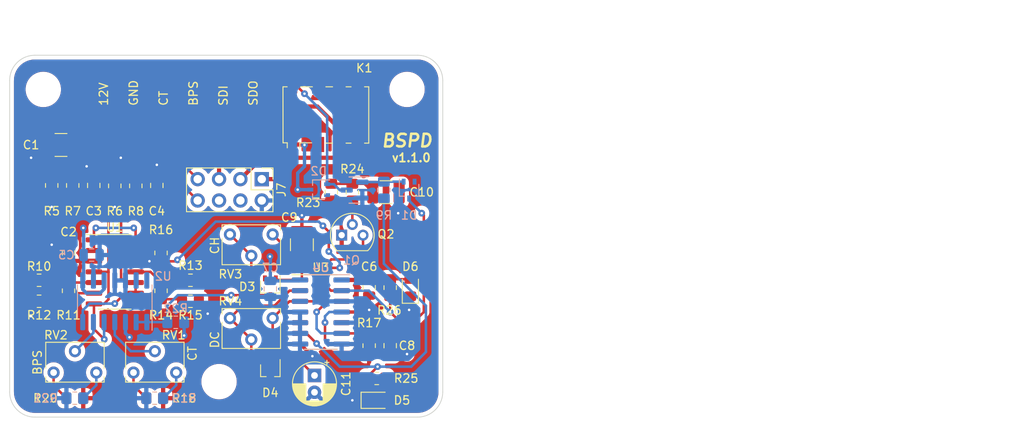
<source format=kicad_pcb>
(kicad_pcb (version 20211014) (generator pcbnew)
  (title_block (title "BSPD") (date "2023-04-02") (rev "1.1.0") (company "SUFST") (comment 1 "STAG 9") (comment 2 "Max O'Brien") (comment 3 "Tim Brewis"))
  (layers (0 "F.Cu" signal) (31 "B.Cu" signal) (34 "B.Paste" user) (35 "F.Paste" user) (36 "B.SilkS" user "B.Silkscreen") (37 "F.SilkS" user "F.Silkscreen") (38 "B.Mask" user) (39 "F.Mask" user) (44 "Edge.Cuts" user))
  (net 0 "")
  (net 1 "+12V")
  (net 2 "GND")
  (net 3 "/Brake Plausibility/CURRENT_SENSE")
  (net 4 "/Brake Plausibility/PRESSURE_SENSE")
  (net 5 "Net-(C11-Pad1)")
  (net 6 "Net-(D1-Pad1)")
  (net 8 "/SCS Check/~{SCS_ERROR_LATCHED}")
  (net 9 "Net-(D2-Pad1)")
  (net 12 "/Brake Plausibility/BRAKE_AND_THROTTLE_PRESSED")
  (net 14 "Net-(D4-Pad3)")
  (net 15 "/BPS_SIG")
  (net 16 "/SHUTDOWN_IN")
  (net 17 "/SHUTDOWN_OUT")
  (net 18 "/CT_SIG")
  (net 19 "/Brake Plausibility/BRAKE_PLAUSIBLE")
  (net 20 "Net-(R18-Pad2)")
  (net 21 "Net-(R19-Pad1)")
  (net 22 "Net-(R20-Pad2)")
  (net 23 "Net-(R21-Pad1)")
  (net 25 "/SCS Check/POR")
  (net 27 "/SCS Check/SCS_ERROR")
  (net 30 "Net-(C9-Pad1)")
  (net 31 "Net-(C10-Pad1)")
  (net 32 "Net-(Q2-Pad2)")
  (net 33 "Net-(C8-Pad1)")
  (net 34 "Net-(R10-Pad2)")
  (net 35 "Net-(R11-Pad2)")
  (net 36 "Net-(R13-Pad2)")
  (net 37 "Net-(R14-Pad2)")
  (net 38 "Net-(R16-Pad2)")
  (net 39 "Net-(RV1-Pad2)")
  (net 40 "Net-(RV2-Pad2)")
  (net 43 "Net-(U3-Pad4)")
  (net 48 "Net-(D5-Pad2)")
  (net 49 "Net-(D6-Pad2)")
  (footprint "Capacitor_SMD:C_0805_2012Metric" (layer "F.Cu") (at 153.994 105.864 -90)
    (fp_text reference "C6")
    (fp_text value "100n")
  )
  (footprint "Resistor_SMD:R_0805_2012Metric_Pad1.20x1.40mm_HandSolder" (layer "F.Cu") (at 151.994 94.514 -90)
    (fp_text reference "R24")
    (fp_text value "10k")
  )
  (footprint "Capacitor_SMD:C_0805_2012Metric" (layer "F.Cu") (at 118.244 101.739 90)
    (fp_text reference "C2")
    (fp_text value "100n")
  )
  (footprint "SUFTS:Pad_1x5mm" (layer "F.Cu") (at 129.54 87.376 90)
    (fp_text reference "J5" hide)
    (fp_text value "Conn_01x01_Male")
  )
  (footprint "SUFTS:Pad_1x5mm" (layer "F.Cu") (at 140.208 87.376 90)
    (fp_text reference "J2" hide)
    (fp_text value "Conn_01x01_Male")
  )
  (footprint "Capacitor_SMD:C_1210_3225Metric_Pad1.33x2.70mm_HandSolder" (layer "F.Cu") (at 117.348 88.9 180)
    (fp_text reference "C1")
    (fp_text value "10u")
  )
  (footprint "SUFTS:Pad_1x5mm" (layer "F.Cu") (at 133.096 87.376 90)
    (fp_text reference "J6" hide)
    (fp_text value "Conn_01x01_Male")
  )
  (footprint "Resistor_SMD:R_0805_2012Metric_Pad1.20x1.40mm_HandSolder" (layer "F.Cu") (at 154.894 116.664)
    (fp_text reference "R25")
    (fp_text value "1k")
  )
  (footprint "Resistor_SMD:R_0805_2012Metric_Pad1.20x1.40mm_HandSolder" (layer "F.Cu") (at 153.994 112.764 90)
    (fp_text reference "R17")
    (fp_text value "100k")
  )
  (footprint "Resistor_SMD:R_0805_2012Metric_Pad1.20x1.40mm_HandSolder" (layer "F.Cu") (at 132.744 104.989 180)
    (fp_text reference "R13")
    (fp_text value "2.7k")
  )
  (footprint "Package_TO_SOT_SMD:SOT-323_SC-70" (layer "F.Cu") (at 142.244 105.764 -90)
    (fp_text reference "D3")
    (fp_text value "BAT54W")
  )
  (footprint "Potentiometer_THT:Potentiometer_Bourns_3266W_Vertical" (layer "F.Cu") (at 142.519 109.494112)
    (fp_text reference "RV4")
    (fp_text value "250k")
  )
  (footprint "SUFTS:Pad_1x5mm" (layer "F.Cu") (at 125.984 87.376 90)
    (fp_text reference "J4" hide)
    (fp_text value "Conn_01x01_Male")
  )
  (footprint "Resistor_SMD:R_0805_2012Metric_Pad1.20x1.40mm_HandSolder" (layer "F.Cu") (at 118.744 93.714 -90)
    (fp_text reference "R7")
    (fp_text value "1k")
  )
  (footprint "Package_TO_SOT_SMD:SOT-323_SC-70" (layer "F.Cu") (at 142.244 115.719112 -90)
    (fp_text reference "D4")
    (fp_text value "BAT54W")
  )
  (footprint "MountingHole:MountingHole_3.2mm_M3" (layer "F.Cu") (at 136.144 117.044)
    (fp_text reference "H2" hide)
    (fp_text value "MountingHole")
  )
  (footprint "Package_TO_SOT_THT:TO-92" (layer "F.Cu") (at 150.724 99.624)
    (fp_text reference "Q2")
    (fp_text value "Q_PNP_CBE")
  )
  (footprint "SUFTS:Pad_1x5mm" (layer "F.Cu") (at 122.428 87.376 90)
    (fp_text reference "J1" hide)
    (fp_text value "Conn_01x01_Male")
  )
  (footprint "MountingHole:MountingHole_3.2mm_M3" (layer "F.Cu") (at 158.496 82.296)
    (fp_text reference "H3" hide)
    (fp_text value "MountingHole")
  )
  (footprint "Potentiometer_THT:Potentiometer_Bourns_3266W_Vertical" (layer "F.Cu") (at 116.469 115.964 180)
    (fp_text reference "RV2")
    (fp_text value "10k")
  )
  (footprint "Resistor_SMD:R_0805_2012Metric_Pad1.20x1.40mm_HandSolder" (layer "F.Cu") (at 156.494 105.864 90)
    (fp_text reference "R26")
    (fp_text value "1k")
  )
  (footprint "LED_SMD:LED_0805_2012Metric_Pad1.15x1.40mm_HandSolder" (layer "F.Cu") (at 154.894 119.264)
    (fp_text reference "D5")
    (fp_text value "Green")
  )
  (footprint "Resistor_SMD:R_0805_2012Metric_Pad1.20x1.40mm_HandSolder" (layer "F.Cu") (at 116.244 93.714 90)
    (fp_text reference "R5")
    (fp_text value "100k")
  )
  (footprint "SUFTS:Pad_1x5mm" (layer "F.Cu") (at 136.652 87.376 90)
    (fp_text reference "J3" hide)
    (fp_text value "Conn_01x01_Male")
  )
  (footprint "Resistor_SMD:R_0805_2012Metric_Pad1.20x1.40mm_HandSolder" (layer "F.Cu") (at 118.994 119.014 180)
    (fp_text reference "R20")
    (fp_text value "0")
  )
  (footprint "Connector_PinHeader_2.54mm:PinHeader_2x04_P2.54mm_Vertical" (layer "F.Cu") (at 141.224 92.964 -90)
    (fp_text reference "J7")
    (fp_text value "Conn_01x08_Male")
  )
  (footprint "Package_SO:SOIC-14_3.9x8.7mm_P1.27mm" (layer "F.Cu") (at 123.744 103.989)
    (fp_text reference "U1")
    (fp_text value "LM339")
  )
  (footprint "Resistor_SMD:R_0805_2012Metric_Pad1.20x1.40mm_HandSolder" (layer "F.Cu") (at 129.244 106.239 -90)
    (fp_text reference "R14")
    (fp_text value "8.2k")
  )
  (footprint "Relay_SMD:Relay_DPDT_Omron_G6K-2F-Y" (layer "F.Cu") (at 148.844 85.344 90)
    (fp_text reference "K1")
    (fp_text value "IM06")
  )
  (footprint "MountingHole:MountingHole_3.2mm_M3" (layer "F.Cu") (at 115.244 82.296)
    (fp_text reference "H1" hide)
    (fp_text value "MountingHole")
  )
  (footprint "Resistor_SMD:R_0805_2012Metric_Pad1.20x1.40mm_HandSolder" (layer "F.Cu") (at 132.744 107.489)
    (fp_text reference "R15")
    (fp_text value "200")
  )
  (footprint "Resistor_SMD:R_0805_2012Metric_Pad1.20x1.40mm_HandSolder" (layer "F.Cu") (at 126.244 93.764 -90)
    (fp_text reference "R8")
    (fp_text value "1k")
  )
  (footprint "LED_SMD:LED_0805_2012Metric_Pad1.15x1.40mm_HandSolder" (layer "F.Cu") (at 158.894 105.864 90)
    (fp_text reference "D6")
    (fp_text value "Green")
  )
  (footprint "Capacitor_SMD:C_1210_3225Metric_Pad1.33x2.70mm_HandSolder" (layer "F.Cu") (at 155.994 94.514)
    (fp_text reference "C10")
    (fp_text value "10u")
  )
  (footprint "Resistor_SMD:R_0805_2012Metric_Pad1.20x1.40mm_HandSolder" (layer "F.Cu") (at 114.744 107.489 180)
    (fp_text reference "R12")
    (fp_text value "200")
  )
  (footprint "Resistor_SMD:R_0805_2012Metric_Pad1.20x1.40mm_HandSolder" (layer "F.Cu") (at 128.494 119.014 180)
    (fp_text reference "R18")
    (fp_text value "10k")
  )
  (footprint "Capacitor_SMD:C_0805_2012Metric" (layer "F.Cu") (at 128.744 93.714 90)
    (fp_text reference "C4")
    (fp_text value "100n")
  )
  (footprint "Resistor_SMD:R_0805_2012Metric_Pad1.20x1.40mm_HandSolder" (layer "F.Cu") (at 149.494 94.514 90)
    (fp_text reference "R23")
    (fp_text value "10k")
  )
  (footprint "Potentiometer_THT:Potentiometer_Bourns_3266W_Vertical" (layer "F.Cu") (at 142.519 99.539)
    (fp_text reference "RV3")
    (fp_text value "100k")
  )
  (footprint "Resistor_SMD:R_0805_2012Metric_Pad1.20x1.40mm_HandSolder" (layer "F.Cu") (at 114.744 104.989)
    (fp_text reference "R10")
    (fp_text value "2.7k")
  )
  (footprint "Resistor_SMD:R_0805_2012Metric_Pad1.20x1.40mm_HandSolder" (layer "F.Cu") (at 123.744 93.764 90)
    (fp_text reference "R6")
    (fp_text value "100k")
  )
  (footprint "Package_SO:SOIC-14_3.9x8.7mm_P1.27mm" (layer "F.Cu") (at 148.244 108.764)
    (fp_text reference "U3")
    (fp_text value "40106")
  )
  (footprint "Capacitor_THT:CP_Radial_D5.0mm_P2.00mm" (layer "F.Cu") (at 147.494 116.308888 -90)
    (fp_text reference "C11")
    (fp_text value "100u")
  )
  (footprint "Resistor_SMD:R_0805_2012Metric_Pad1.20x1.40mm_HandSolder" (layer "F.Cu") (at 118.244 106.239 -90)
    (fp_text reference "R11")
    (fp_text value "8.2k")
  )
  (footprint "Capacitor_SMD:C_1210_3225Metric_Pad1.33x2.70mm_HandSolder" (layer "F.Cu") (at 145.994 100.764 90)
    (fp_text reference "C9")
    (fp_text value "10u")
  )
  (footprint "Resistor_SMD:R_0805_2012Metric_Pad1.20x1.40mm_HandSolder" (layer "F.Cu") (at 129.244 101.739 -90)
    (fp_text reference "R16")
    (fp_text value "10k")
  )
  (footprint "Capacitor_SMD:C_0805_2012Metric_Pad1.18x1.45mm_HandSolder" (layer "F.Cu") (at 156.494 112.764 -90)
    (fp_text reference "C8")
    (fp_text value "1u")
  )
  (footprint "Potentiometer_THT:Potentiometer_Bourns_3266W_Vertical" (layer "F.Cu") (at 125.969 115.964 180)
    (fp_text reference "RV1")
    (fp_text value "1k")
  )
  (footprint "Capacitor_SMD:C_0805_2012Metric" (layer "F.Cu") (at 121.244 93.714 90)
    (fp_text reference "C3")
    (fp_text value "100n")
  )
  (footprint "Package_SO:SOIC-14_3.9x8.7mm_P1.27mm" (layer "B.Cu") (at 148.244 108.764 180)
    (fp_text reference "U4")
    (fp_text value "4013")
  )
  (footprint "Resistor_SMD:R_0805_2012Metric_Pad1.20x1.40mm_HandSolder" (layer "B.Cu") (at 128.494 119.014 180)
    (fp_text reference "R19")
    (fp_text value "0")
  )
  (footprint "Resistor_SMD:R_0805_2012Metric_Pad1.20x1.40mm_HandSolder" (layer "B.Cu") (at 155.744 94.264 90)
    (fp_text reference "R9")
    (fp_text value "10k")
  )
  (footprint "Capacitor_SMD:C_0805_2012Metric" (layer "B.Cu") (at 120.994 101.989)
    (fp_text reference "C5")
    (fp_text value "100n")
  )
  (footprint "Package_TO_SOT_SMD:SOT-323_SC-70" (layer "B.Cu") (at 147.994 94.214 180)
    (fp_text reference "D2")
    (fp_text value "BAT54W")
  )
  (footprint "Package_TO_SOT_SMD:SOT-323_SC-70" (layer "B.Cu") (at 158.744 94.264 -90)
    (fp_text reference "D1")
    (fp_text value "BAT54W")
  )
  (footprint "Resistor_SMD:R_0805_2012Metric_Pad1.20x1.40mm_HandSolder" (layer "B.Cu") (at 130.994 109.989 180)
    (fp_text reference "R22")
    (fp_text value "10k")
  )
  (footprint "Capacitor_SMD:C_0805_2012Metric" (layer "B.Cu") (at 142.244 106.014 -90)
    (fp_text reference "C7")
    (fp_text value "100n")
  )
  (footprint "Package_TO_SOT_SMD:SOT-23" (layer "B.Cu") (at 152.244 94.264 180)
    (fp_text reference "Q1")
    (fp_text value "XP262N7002TR-G")
  )
  (footprint "Resistor_SMD:R_0805_2012Metric_Pad1.20x1.40mm_HandSolder" (layer "B.Cu") (at 118.994 119.014 180)
    (fp_text reference "R21")
    (fp_text value "0")
  )
  (footprint "Package_SO:SOIC-14_3.9x8.7mm_P1.27mm" (layer "B.Cu") (at 123.744 107.489 90)
    (fp_text reference "U2")
    (fp_text value "LM339")
  )
  (gr_arc (start 111.244 81.232) (mid 112.12268 79.11068) (end 114.244 78.232) (layer "Edge.Cuts") (width 0.1))
  (gr_line (start 111.244 81.232) (end 111.244 118.264) (layer "Edge.Cuts") (width 0.1))
  (gr_line (start 159.744 78.232) (end 114.244 78.232) (layer "Edge.Cuts") (width 0.1))
  (gr_arc (start 114.244 121.264) (mid 112.12268 120.38532) (end 111.244 118.264) (layer "Edge.Cuts") (width 0.1))
  (gr_line (start 162.744 118.264) (end 162.744 81.232) (layer "Edge.Cuts") (width 0.1))
  (gr_line (start 114.244 121.264) (end 159.744 121.264) (layer "Edge.Cuts") (width 0.1))
  (gr_arc (start 162.744 118.264) (mid 161.86532 120.38532) (end 159.744 121.264) (layer "Edge.Cuts") (width 0.1))
  (gr_arc (start 159.744 78.232) (mid 161.86532 79.11068) (end 162.744 81.232) (layer "Edge.Cuts") (width 0.1))
  (gr_text "BPS" (at 133.096 84.328 90) (layer "F.SilkS") (effects (font (size 1 1)) (justify left)))
  (gr_text "SDO" (at 140.208 84.328 90) (layer "F.SilkS") (effects (font (size 1 1)) (justify left)))
  (gr_text "BSPD" (at 158.496 88.392) (layer "F.SilkS") (effects (font (size 1.5 1.5) (thickness 0.3) italic)))
  (gr_text "DC" (at 135.636 113.157 90) (layer "F.SilkS") (effects (font (size 1 1)) (justify left)))
  (gr_text "CT" (at 132.969 114.681 90) (layer "F.SilkS") (effects (font (size 1 1)) (justify left)))
  (gr_text "SDI" (at 136.652 84.328 90) (layer "F.SilkS") (effects (font (size 1 1)) (justify left)))
  (gr_text "CH" (at 135.636 101.981 90) (layer "F.SilkS") (effects (font (size 1 1)) (justify left)))
  (gr_text "v1.1.0" (at 159.004 90.424) (layer "F.SilkS") (effects (font (size 1 1) (thickness 0.2))))
  (gr_text "BPS" (at 114.554 116.332 90) (layer "F.SilkS") (effects (font (size 1 1)) (justify left)))
  (gr_text "12V" (at 122.428 84.328 90) (layer "F.SilkS") (effects (font (size 1 1)) (justify left)))
  (gr_text "GND" (at 125.984 84.328 90) (layer "F.SilkS") (effects (font (size 1 1)) (justify left)))
  (gr_text "CT" (at 129.54 84.328 90) (layer "F.SilkS") (effects (font (size 1 1)) (justify left)))
  (segment (start 118.274 102.719) (end 118.244 102.689) (width 0.4) (layer "F.Cu") (net 1))
  (segment (start 145.044 88.844) (end 146.248 88.844) (width 0.3) (layer "F.Cu") (net 1))
  (segment (start 153.994 104.914) (end 150.759 104.914) (width 0.4) (layer "F.Cu") (net 1))
  (segment (start 146.248 88.844) (end 146.304 88.9) (width 0.3) (layer "F.Cu") (net 1))
  (segment (start 150.759 104.914) (end 150.719 104.954) (width 0.4) (layer "F.Cu") (net 1))
  (segment (start 121.269 102.719) (end 118.274 102.719) (width 0.4) (layer "F.Cu") (net 1))
  (via (at 125.494 111.764) (size 0.8) (drill 0.3) (layers "F.Cu" "B.Cu") (net 1))
  (via (at 131.994 111.564) (size 0.8) (drill 0.3) (layers "F.Cu" "B.Cu") (net 1))
  (via (at 146.304 88.9) (size 0.8) (drill 0.3) (layers "F.Cu" "B.Cu") (net 1))
  (via (at 119.994 98.764) (size 0.8) (drill 0.3) (layers "F.Cu" "B.Cu") (net 1))
  (via (at 142.194 102.164) (size 0.8) (drill 0.3) (layers "F.Cu" "B.Cu") (net 1))
  (via (at 145.494 94.214) (size 0.8) (drill 0.3) (layers "F.Cu" "B.Cu") (net 1))
  (segment (start 120.044 104.904) (end 119.934 105.014) (width 0.4) (layer "B.Cu") (net 1))
  (segment (start 145.659 105.064) (end 145.769 104.954) (width 0.4) (layer "B.Cu") (net 1))
  (segment (start 120.369 106.514) (end 119.934 106.079) (width 0.4) (layer "B.Cu") (net 1))
  (segment (start 142.244 102.214) (end 142.194 102.164) (width 0.4) (layer "B.Cu") (net 1))
  (segment (start 142.244 105.064) (end 145.659 105.064) (width 0.4) (layer "B.Cu") (net 1))
  (segment (start 142.244 105.064) (end 142.244 102.214) (width 0.4) (layer "B.Cu") (net 1))
  (segment (start 125.014 109.964) (end 125.014 111.284) (width 0.4) (layer "B.Cu") (net 1))
  (segment (start 145.494 94.214) (end 145.494 92.25) (width 0.4) (layer "B.Cu") (net 1))
  (segment (start 145.494 92.25) (end 146.304 91.44) (width 0.4) (layer "B.Cu") (net 1))
  (segment (start 122.474 105.014) (end 122.474 106.034) (width 0.4) (layer "B.Cu") (net 1))
  (segment (start 146.304 91.44) (end 146.304 88.9) (width 0.4) (layer "B.Cu") (net 1))
  (segment (start 146.994 94.214) (end 145.494 94.214) (width 0.4) (layer "B.Cu") (net 1))
  (segment (start 120.044 101.989) (end 120.044 104.904) (width 0.4) (layer "B.Cu") (net 1))
  (segment (start 121.994 106.514) (end 120.369 106.514) (width 0.4) (layer "B.Cu") (net 1))
  (segment (start 120.044 98.814) (end 119.994 98.764) (width 0.4) (layer "B.Cu") (net 1))
  (segment (start 125.014 111.284) (end 125.494 111.764) (width 0.4) (layer "B.Cu") (net 1))
  (segment (start 120.044 101.989) (end 120.044 98.814) (width 0.4) (layer "B.Cu") (net 1))
  (segment (start 119.934 106.079) (end 119.934 105.014) (width 0.4) (layer "B.Cu") (net 1))
  (segment (start 122.474 106.034) (end 121.994 106.514) (width 0.4) (layer "B.Cu") (net 1))
  (segment (start 131.994 109.989) (end 131.994 111.564) (width 0.4) (layer "B.Cu") (net 1))
  (segment (start 120.396 91.916) (end 121.244 92.764) (width 0.3) (layer "F.Cu") (net 2))
  (segment (start 145.769 112.574) (end 145.804 112.574) (width 0.4) (layer "F.Cu") (net 2))
  (segment (start 134.794 108.539) (end 134.794 108.964) (width 0.4) (layer "F.Cu") (net 2))
  (segment (start 156.494 113.8015) (end 158.4565 113.8015) (width 0.4) (layer "F.Cu") (net 2))
  (segment (start 113.792 90.424) (end 114.2615 90.424) (width 0.4) (layer "F.Cu") (net 2))
  (segment (start 116.244 94.714) (end 116.244 96.264) (width 0.4) (layer "F.Cu") (net 2))
  (segment (start 150.719 108.764) (end 153.744 108.764) (width 0.4) (layer "F.Cu") (net 2))
  (segment (start 133.744 107.489) (end 134.794 108.539) (width 0.4) (layer "F.Cu") (net 2))
  (segment (start 157.5565 94.514) (end 157.5565 96.902) (width 0.4) (layer "F.Cu") (net 2))
  (segment (start 123.744 94.764) (end 123.744 96.264) (width 0.4) (layer "F.Cu") (net 2))
  (segment (start 153.994 106.814) (end 153.994 108.514) (width 0.4) (layer "F.Cu") (net 2))
  (segment (start 128.744 92.764) (end 128.744 91.264) (width 0.4) (layer "F.Cu") (net 2))
  (segment (start 145.994 99.2015) (end 145.994 97.264) (width 0.4) (layer "F.Cu") (net 2))
  (segment (start 127.859 102.719) (end 127.864 102.724) (width 0.4) (layer "F.Cu") (net 2))
  (segment (start 116.269 100.789) (end 116.244 100.764) (width 0.4) (layer "F.Cu") (net 2))
  (segment (start 158.894 106.889) (end 158.894 108.364) (width 0.4) (layer "F.Cu") (net 2))
  (segment (start 153.869 119.264) (end 151.994 119.264) (width 0.4) (layer "F.Cu") (net 2))
  (segment (start 157.5565 96.902) (end 157.4445 97.014) (width 0.4) (layer "F.Cu") (net 2))
  (segment (start 158.4565 113.8015) (end 158.494 113.764) (width 0.4) (layer "F.Cu") (net 2))
  (segment (start 153.744 108.764) (end 153.994 108.514) (width 0.4) (layer "F.Cu") (net 2))
  (segment (start 124.46 90.424) (end 125.984 88.9) (width 0.3) (layer "F.Cu") (net 2))
  (segment (start 120.396 91.44) (end 120.396 91.916) (width 0.3) (layer "F.Cu") (net 2))
  (segment (start 114.2615 90.424) (end 115.7855 88.9) (width 0.4) (layer "F.Cu") (net 2))
  (segment (start 125.984 88.9) (end 125.984 87.376) (width 0.3) (layer "F.Cu") (net 2))
  (segment (start 118.244 100.789) (end 116.269 100.789) (width 0.4) (layer "F.Cu") (net 2))
  (segment (start 158.894 108.364) (end 158.744 108.514) (width 0.4) (layer "F.Cu") (net 2))
  (segment (start 126.219 102.719) (end 127.859 102.719) (width 0.4) (layer "F.Cu") (net 2))
  (segment (start 145.804 112.574) (end 147.244 114.014) (width 0.4) (layer "F.Cu") (net 2))
  (segment (start 113.744 107.489) (end 113.744 109.264) (width 0.4) (layer "F.Cu") (net 2))
  (via (at 113.744 109.264) (size 0.8) (drill 0.3) (layers "F.Cu" "B.Cu") (net 2))
  (via (at 128.744 91.264) (size 0.8) (drill 0.3) (layers "F.Cu" "B.Cu") (net 2))
  (via (at 158.744 108.514) (size 0.8) (drill 0.3) (layers "F.Cu" "B.Cu") (net 2))
  (via (at 153.994 108.514) (size 0.8) (drill 0.3) (layers "F.Cu" "B.Cu") (net 2))
  (via (at 113.792 90.424) (size 0.8) (drill 0.3) (layers "F.Cu" "B.Cu") (net 2))
  (via (at 145.994 97.264) (size 0.8) (drill 0.3) (layers "F.Cu" "B.Cu") (net 2))
  (via (at 123.744 96.264) (size 0.8) (drill 0.3) (layers "F.Cu" "B.Cu") (net 2))
  (via (at 134.794 108.964) (size 0.8) (drill 0.3) (layers "F.Cu" "B.Cu") (net 2))
  (via (at 157.4445 97.014) (size 0.8) (drill 0.3) (layers "F.Cu" "B.Cu") (net 2))
  (via (at 147.244 114.014) (size 0.8) (drill 0.3) (layers "F.Cu" "B.Cu") (net 2))
  (via (at 127.864 102.724) (size 0.8) (drill 0.3) (layers "F.Cu" "B.Cu") (net 2))
  (via (at 151.994 119.264) (size 0.8) (drill 0.3) (layers "F.Cu" "B.Cu") (net 2))
  (via (at 158.494 113.764) (size 0.8) (drill 0.3) (layers "F.Cu" "B.Cu") (net 2))
  (via (at 116.244 96.264) (size 0.8) (drill 0.3) (layers "F.Cu" "B.Cu") (net 2))
  (via (at 116.244 100.764) (size 0.8) (drill 0.3) (layers "F.Cu" "B.Cu") (net 2))
  (via (at 120.396 91.44) (size 0.8) (drill 0.3) (layers "F.Cu" "B.Cu") (net 2))
  (via (at 124.46 90.424) (size 0.8) (drill 0.3) (layers "F.Cu" "B.Cu") (net 2))
  (segment (start 122.459 107.799) (end 121.269 107.799) (width 0.3) (layer "F.Cu") (net 3))
  (segment (start 122.994 97.514) (end 121.244 95.764) (width 0.3) (layer "F.Cu") (net 3))
  (segment (start 118.794 94.664) (end 118.744 94.714) (width 0.3) (layer "F.Cu") (net 3))
  (segment (start 121.244 94.664) (end 118.794 94.664) (width 0.3) (layer "F.Cu") (net 3))
  (segment (start 122.494 112.014) (end 121.269 110.789) (width 0.3) (layer "F.Cu") (net 3))
  (segment (start 122.994 97.514) (end 122.994 104.014) (width 0.3) (layer "F.Cu") (net 3))
  (segment (start 122.994 104.014) (end 122.994 107.264) (width 0.3) (layer "F.Cu") (net 3))
  (segment (start 122.994 107.264) (end 122.459 107.799) (width 0.3) (layer "F.Cu") (net 3))
  (segment (start 121.269 103.989) (end 122.969 103.989) (width 0.3) (layer "F.Cu") (net 3))
  (segment (start 122.969 103.989) (end 122.994 104.014) (width 0.3) (layer "F.Cu") (net 3))
  (segment (start 121.269 110.789) (end 121.269 107.799) (width 0.3) (layer "F.Cu") (net 3))
  (segment (start 121.244 95.764) (end 121.244 94.664) (width 0.3) (layer "F.Cu") (net 3))
  (via (at 122.494 112.014) (size 0.8) (drill 0.3) (layers "F.Cu" "B.Cu") (net 3))
  (segment (start 122.474 111.994) (end 122.494 112.014) (width 0.3) (layer "B.Cu") (net 3))
  (segment (start 122.474 109.964) (end 122.474 111.994) (width 0.3) (layer "B.Cu") (net 3))
  (segment (start 124.989 105.259) (end 126.219 105.259) (width 0.3) (layer "F.Cu") (net 4))
  (segment (start 126.219 106.529) (end 124.979 106.529) (width 0.3) (layer "F.Cu") (net 4))
  (segment (start 124.494 104.764) (end 124.989 105.259) (width 0.3) (layer "F.Cu") (net 4))
  (segment (start 124.979 106.529) (end 123.744 107.764) (width 0.3) (layer "F.Cu") (net 4))
  (segment (start 124.494 97.514) (end 124.494 104.764) (width 0.3) (layer "F.Cu") (net 4))
  (segment (start 126.244 94.764) (end 126.244 95.764) (width 0.3) (layer "F.Cu") (net 4))
  (segment (start 126.244 94.764) (end 128.644 94.764) (width 0.3) (layer "F.Cu") (net 4))
  (segment (start 126.219 105.259) (end 126.219 106.529) (width 0.3) (layer "F.Cu") (net 4))
  (segment (start 128.644 94.764) (end 128.744 94.664) (width 0.3) (layer "F.Cu") (net 4))
  (segment (start 126.244 95.764) (end 124.494 97.514) (width 0.3) (layer "F.Cu") (net 4))
  (via (at 123.744 107.764) (size 0.8) (drill 0.3) (layers "F.Cu" "B.Cu") (net 4))
  (segment (start 119.934 109.964) (end 119.934 108.574) (width 0.3) (layer "B.Cu") (net 4))
  (segment (start 120.744 107.764) (end 123.744 107.764) (width 0.3) (layer "B.Cu") (net 4))
  (segment (start 119.934 108.574) (end 120.744 107.764) (width 0.3) (layer "B.Cu") (net 4))
  (segment (start 149.494 102.514) (end 148.244 103.764) (width 0.3) (layer "F.Cu") (net 5))
  (segment (start 148.244 106.764) (end 147.514 107.494) (width 0.3) (layer "F.Cu") (net 5))
  (segment (start 145.904224 114.719112) (end 147.494 116.308888) (width 0.3) (layer "F.Cu") (net 5))
  (segment (start 152.494 102.514) (end 149.494 102.514) (width 0.3) (layer "F.Cu") (net 5))
  (segment (start 147.514 107.494) (end 145.769 107.494) (width 0.3) (layer "F.Cu") (net 5))
  (segment (start 142.519 114.344112) (end 142.894 114.719112) (width 0.3) (layer "F.Cu") (net 5))
  (segment (start 153.264 101.744) (end 152.494 102.514) (width 0.3) (layer "F.Cu") (net 5))
  (segment (start 142.519 109.494112) (end 142.519 114.344112) (width 0.3) (layer "F.Cu") (net 5))
  (segment (start 144.519112 107.494) (end 142.519 109.494112) (width 0.3) (layer "F.Cu") (net 5))
  (segment (start 148.244 103.764) (end 148.244 106.764) (width 0.3) (layer "F.Cu") (net 5))
  (segment (start 142.894 114.719112) (end 145.904224 114.719112) (width 0.3) (layer "F.Cu") (net 5))
  (segment (start 145.769 107.494) (end 144.519112 107.494) (width 0.3) (layer "F.Cu") (net 5))
  (segment (start 153.264 99.624) (end 153.264 101.744) (width 0.3) (layer "F.Cu") (net 5))
  (segment (start 155.694 93.314) (end 155.744 93.264) (width 0.3) (layer "B.Cu") (net 6))
  (segment (start 153.1815 93.314) (end 155.694 93.314) (width 0.3) (layer "B.Cu") (net 6))
  (segment (start 155.744 93.264) (end 158.094 93.264) (width 0.3) (layer "B.Cu") (net 6))
  (segment (start 156.494 106.864) (end 156.494 108.764) (width 0.3) (layer "F.Cu") (net 8))
  (segment (start 159.744 109.514) (end 157.244 109.514) (width 0.3) (layer "F.Cu") (net 8))
  (segment (start 160.494 108.764) (end 159.744 109.514) (width 0.3) (layer "F.Cu") (net 8))
  (segment (start 157.244 109.514) (end 156.494 108.764) (width 0.3) (layer "F.Cu") (net 8))
  (segment (start 160.494 97.264) (end 160.494 108.764) (width 0.3) (layer "F.Cu") (net 8))
  (segment (start 160.244 97.014) (end 160.494 97.264) (width 0.3) (layer "F.Cu") (net 8))
  (via (at 156.494 108.764) (size 0.8) (drill 0.3) (layers "F.Cu" "B.Cu") (net 8))
  (via (at 160.244 97.014) (size 0.8) (drill 0.3) (layers "F.Cu" "B.Cu") (net 8))
  (segment (start 153.954 106.224) (end 156.494 108.764) (width 0.3) (layer "B.Cu") (net 8))
  (segment (start 158.744 95.264) (end 158.744 95.514) (width 0.3) (layer "B.Cu") (net 8))
  (segment (start 150.719 106.224) (end 153.954 106.224) (width 0.3) (layer "B.Cu") (net 8))
  (segment (start 158.744 95.514) (end 160.244 97.014) (width 0.3) (layer "B.Cu") (net 8))
  (segment (start 145.044 81.844) (end 145.344 81.844) (width 0.3) (layer "F.Cu") (net 9))
  (segment (start 145.344 81.844) (end 146.304 82.804) (width 0.3) (layer "F.Cu") (net 9))
  (via (at 146.304 82.804) (size 0.8) (drill 0.3) (layers "F.Cu" "B.Cu") (net 9))
  (segment (start 150.494 94.264) (end 151.3065 94.264) (width 0.3) (layer "B.Cu") (net 9))
  (segment (start 148.994 93.564) (end 149.794 93.564) (width 0.3) (layer "B.Cu") (net 9))
  (segment (start 148.994 85.494) (end 146.304 82.804) (width 0.3) (layer "B.Cu") (net 9))
  (segment (start 148.994 93.564) (end 148.994 85.494) (width 0.3) (layer "B.Cu") (net 9))
  (segment (start 149.794 93.564) (end 150.494 94.264) (width 0.3) (layer "B.Cu") (net 9))
  (segment (start 139.994 106.764) (end 142.244 106.764) (width 0.3) (layer "F.Cu") (net 12))
  (segment (start 139.979 106.749) (end 139.994 106.764) (width 0.3) (layer "F.Cu") (net 12))
  (segment (start 139.994 106.764) (end 137.594 106.764) (width 0.3) (layer "F.Cu") (net 12))
  (segment (start 139.979 102.079) (end 137.439 99.539) (width 0.3) (layer "F.Cu") (net 12))
  (segment (start 139.979 102.079) (end 139.979 106.749) (width 0.3) (layer "F.Cu") (net 12))
  (via (at 137.594 106.764) (size 0.8) (drill 0.3) (layers "F.Cu" "B.Cu") (net 12))
  (segment (start 129.994 108.014) (end 131.244 106.764) (width 0.3) (layer "B.Cu") (net 12))
  (segment (start 126.284 109.964) (end 127.554 109.964) (width 0.3) (layer "B.Cu") (net 12))
  (segment (start 129.969 109.964) (end 129.994 109.989) (width 0.3) (layer "B.Cu") (net 12))
  (segment (start 131.244 106.764) (end 137.594 106.764) (width 0.3) (layer "B.Cu") (net 12))
  (segment (start 127.554 109.964) (end 129.969 109.964) (width 0.3) (layer "B.Cu") (net 12))
  (segment (start 129.994 109.989) (end 129.994 108.014) (width 0.3) (layer "B.Cu") (net 12))
  (segment (start 137.439 109.494112) (end 139.979 112.034112) (width 0.3) (layer "F.Cu") (net 14))
  (segment (start 139.979 115.749) (end 140.949112 116.719112) (width 0.3) (layer "F.Cu") (net 14))
  (segment (start 145.769 106.224) (end 144.534 106.224) (width 0.3) (layer "F.Cu") (net 14))
  (segment (start 140.949112 116.719112) (end 142.244 116.719112) (width 0.3) (layer "F.Cu") (net 14))
  (segment (start 144.534 106.224) (end 142.744 108.014) (width 0.3) (layer "F.Cu") (net 14))
  (segment (start 142.744 108.014) (end 138.919112 108.014) (width 0.3) (layer "F.Cu") (net 14))
  (segment (start 138.919112 108.014) (end 137.439 109.494112) (width 0.3) (layer "F.Cu") (net 14))
  (segment (start 139.979 112.034112) (end 139.979 115.749) (width 0.3) (layer "F.Cu") (net 14))
  (segment (start 133.604 92.964) (end 131.572 90.932) (width 0.3) (layer "F.Cu") (net 15))
  (segment (start 126.244 92.764) (end 123.744 92.764) (width 0.3) (layer "F.Cu") (net 15))
  (segment (start 126.244 91.688) (end 127.508 90.424) (width 0.3) (layer "F.Cu") (net 15))
  (segment (start 127.508 90.424) (end 131.572 90.424) (width 0.3) (layer "F.Cu") (net 15))
  (segment (start 133.096 88.9) (end 133.096 87.376) (width 0.3) (layer "F.Cu") (net 15))
  (segment (start 126.244 92.764) (end 126.244 91.688) (width 0.3) (layer "F.Cu") (net 15))
  (segment (start 131.572 90.932) (end 131.572 90.424) (width 0.3) (layer "F.Cu") (net 15))
  (segment (start 131.572 90.424) (end 133.096 88.9) (width 0.3) (layer "F.Cu") (net 15))
  (segment (start 151.892 90.424) (end 152.644 89.672) (width 0.5) (layer "F.Cu") (net 16))
  (segment (start 143.256 90.424) (end 141.224 90.424) (width 0.5) (layer "F.Cu") (net 16))
  (segment (start 143.256 90.424) (end 151.892 90.424) (width 0.5) (layer "F.Cu") (net 16))
  (segment (start 141.224 90.424) (end 138.684 92.964) (width 0.5) (layer "F.Cu") (net 16))
  (segment (start 140.208 87.376) (end 143.256 90.424) (width 0.5) (layer "F.Cu") (net 16))
  (segment (start 152.644 89.672) (end 152.644 88.844) (width 0.5) (layer "F.Cu") (net 16))
  (segment (start 136.652 86.36) (end 138.684 84.328) (width 0.5) (layer "F.Cu") (net 17))
  (segment (start 136.144 87.884) (end 136.144 92.964) (width 0.5) (layer "F.Cu") (net 17))
  (segment (start 147.828 84.328) (end 150.444 86.944) (width 0.5) (layer "F.Cu") (net 17))
  (segment (start 138.684 84.328) (end 147.828 84.328) (width 0.5) (layer "F.Cu") (net 17))
  (segment (start 136.652 87.376) (end 136.652 86.36) (width 0.5) (layer "F.Cu") (net 17))
  (segment (start 150.444 86.944) (end 150.444 88.844) (width 0.5) (layer "F.Cu") (net 17))
  (segment (start 136.652 87.376) (end 136.144 87.884) (width 0.5) (layer "F.Cu") (net 17))
  (segment (start 118.744 92.031339) (end 120.085339 90.69) (width 0.3) (layer "F.Cu") (net 18))
  (segment (start 125.476 91.44) (end 129.54 87.376) (width 0.3) (layer "F.Cu") (net 18))
  (segment (start 121.678 90.69) (end 122.428 91.44) (width 0.3) (layer "F.Cu") (net 18))
  (segment (start 119.844 93.814) (end 131.914 93.814) (width 0.3) (layer "F.Cu") (net 18))
  (segment (start 120.085339 90.69) (end 121.678 90.69) (width 0.3) (layer "F.Cu") (net 18))
  (segment (start 122.428 91.44) (end 125.476 91.44) (width 0.3) (layer "F.Cu") (net 18))
  (segment (start 118.744 92.714) (end 119.844 93.814) (width 0.3) (layer "F.Cu") (net 18))
  (segment (start 131.914 93.814) (end 133.604 95.504) (width 0.3) (layer "F.Cu") (net 18))
  (segment (start 116.244 92.714) (end 118.744 92.714) (width 0.3) (layer "F.Cu") (net 18))
  (segment (start 118.744 92.714) (end 118.744 92.031339) (width 0.3) (layer "F.Cu") (net 18))
  (segment (start 146.534 111.304) (end 145.769 111.304) (width 0.3) (layer "F.Cu") (net 19))
  (segment (start 147.744 112.514) (end 146.534 111.304) (width 0.3) (layer "F.Cu") (net 19))
  (segment (start 154.994 115.264) (end 153.894 116.364) (width 0.3) (layer "F.Cu") (net 19))
  (segment (start 153.894 116.364) (end 153.894 116.664) (width 0.4) (layer "F.Cu") (net 19))
  (via (at 147.744 112.514) (size 0.8) (drill 0.3) (layers "F.Cu" "B.Cu") (net 19))
  (via (at 154.994 115.264) (size 0.8) (drill 0.3) (layers "F.Cu" "B.Cu") (net 19))
  (segment (start 154.994 115.264) (end 150.494 115.264) (width 0.3) (layer "B.Cu") (net 19))
  (segment (start 155.744 95.264) (end 155.744 103.014) (width 0.3) (layer "B.Cu") (net 19))
  (segment (start 158.994 115.264) (end 154.994 115.264) (width 0.3) (layer "B.Cu") (net 19))
  (segment (start 155.744 103.014) (end 160.744 108.014) (width 0.3) (layer "B.Cu") (net 19))
  (segment (start 160.744 108.014) (end 160.744 113.514) (width 0.3) (layer "B.Cu") (net 19))
  (segment (start 160.744 113.514) (end 158.994 115.264) (width 0.3) (layer "B.Cu") (net 19))
  (segment (start 150.494 115.264) (end 147.744 112.514) (width 0.3) (layer "B.Cu") (net 19))
  (segment (start 125.969 115.964) (end 125.969 117.489) (width 0.3) (layer "F.Cu") (net 20))
  (segment (start 125.969 117.489) (end 127.494 119.014) (width 0.3) (layer "F.Cu") (net 20))
  (segment (start 129.494 119.014) (end 131.049 117.459) (width 0.3) (layer "B.Cu") (net 21))
  (segment (start 131.049 117.459) (end 131.049 115.964) (width 0.3) (layer "B.Cu") (net 21))
  (segment (start 116.469 115.964) (end 116.469 117.489) (width 0.3) (layer "F.Cu") (net 22))
  (segment (start 116.469 117.489) (end 117.994 119.014) (width 0.3) (layer "F.Cu") (net 22))
  (segment (start 121.549 117.459) (end 121.549 115.964) (width 0.3) (layer "B.Cu") (net 23))
  (segment (start 119.994 119.014) (end 121.549 117.459) (width 0.3) (layer "B.Cu") (net 23))
  (segment (start 150.719 112.574) (end 149.304 112.574) (width 0.3) (layer "F.Cu") (net 25))
  (segment (start 149.304 112.574) (end 148.744 112.014) (width 0.3) (layer "F.Cu") (net 25))
  (segment (start 148.744 112.014) (end 148.744 110.014) (width 0.3) (layer "F.Cu") (net 25))
  (via (at 148.744 110.014) (size 0.8) (drill 0.3) (layers "F.Cu" "B.Cu") (net 25))
  (segment (start 148.744 109.264) (end 148.744 110.014) (width 0.3) (layer "B.Cu") (net 25))
  (segment (start 150.719 108.764) (end 149.244 108.764) (width 0.3) (layer "B.Cu") (net 25))
  (segment (start 149.244 108.764) (end 148.744 109.264) (width 0.3) (layer "B.Cu") (net 25))
  (segment (start 149.014 107.494) (end 147.744 108.764) (width 0.3) (layer "F.Cu") (net 27))
  (segment (start 150.719 107.494) (end 149.014 107.494) (width 0.3) (layer "F.Cu") (net 27))
  (via (at 147.744 108.764) (size 0.8) (drill 0.3) (layers "F.Cu" "B.Cu") (net 27))
  (segment (start 147.744 110.764) (end 148.284 111.304) (width 0.3) (layer "B.Cu") (net 27))
  (segment (start 148.284 111.304) (end 150.719 111.304) (width 0.3) (layer "B.Cu") (net 27))
  (segment (start 147.744 108.764) (end 147.744 110.764) (width 0.3) (layer "B.Cu") (net 27))
  (segment (start 145.994 102.3265) (end 145.994 104.729) (width 0.3) (layer "F.Cu") (net 30))
  (segment (start 145.994 104.729) (end 145.769 104.954) (width 0.3) (layer "F.Cu") (net 30))
  (segment (start 142.519 99.539) (end 145.3065 102.3265) (width 0.3) (layer "F.Cu") (net 30))
  (segment (start 145.3065 102.3265) (end 145.994 102.3265) (width 0.3) (layer "F.Cu") (net 30))
  (segment (start 143.084 104.954) (end 142.894 104.764) (width 0.3) (layer "F.Cu") (net 30))
  (segment (start 145.769 104.954) (end 143.084 104.954) (width 0.3) (layer "F.Cu") (net 30))
  (segment (start 153.4315 93.514) (end 151.994 93.514) (width 0.3) (layer "F.Cu") (net 31))
  (segment (start 149.494 93.514) (end 151.994 93.514) (width 0.3) (layer "F.Cu") (net 31))
  (segment (start 154.4315 94.514) (end 153.4315 93.514) (width 0.3) (layer "F.Cu") (net 31))
  (segment (start 151.994 98.354) (end 151.994 95.514) (width 0.3) (layer "F.Cu") (net 32))
  (segment (start 153.534 111.304) (end 153.994 111.764) (width 0.3) (layer "F.Cu") (net 33))
  (segment (start 156.4565 111.764) (end 156.494 111.7265) (width 0.3) (layer "F.Cu") (net 33))
  (segment (start 150.719 111.304) (end 153.534 111.304) (width 0.3) (layer "F.Cu") (net 33))
  (segment (start 153.994 111.764) (end 156.4565 111.764) (width 0.3) (layer "F.Cu") (net 33))
  (segment (start 121.269 105.259) (end 118.264 105.259) (width 0.3) (layer "F.Cu") (net 34))
  (segment (start 118.264 105.259) (end 118.244 105.239) (width 0.3) (layer "F.Cu") (net 34))
  (segment (start 118.244 105.239) (end 115.994 105.239) (width 0.3) (layer "F.Cu") (net 34))
  (segment (start 115.994 105.239) (end 115.744 104.989) (width 0.3) (layer "F.Cu") (net 34))
  (segment (start 118.244 107.239) (end 115.994 107.239) (width 0.3) (layer "F.Cu") (net 35))
  (segment (start 115.994 107.239) (end 115.744 107.489) (width 0.3) (layer "F.Cu") (net 35))
  (segment (start 118.954 106.529) (end 121.269 106.529) (width 0.3) (layer "F.Cu") (net 35))
  (segment (start 118.244 107.239) (end 118.954 106.529) (width 0.3) (layer "F.Cu") (net 35))
  (segment (start 129.244 105.239) (end 131.494 105.239) (width 0.3) (layer "F.Cu") (net 36))
  (segment (start 127.994 103.989) (end 129.244 105.239) (width 0.3) (layer "F.Cu") (net 36))
  (segment (start 131.494 105.239) (end 131.744 104.989) (width 0.3) (layer "F.Cu") (net 36))
  (segment (start 126.219 103.989) (end 127.994 103.989) (width 0.3) (layer "F.Cu") (net 36))
  (segment (start 126.219 107.799) (end 128.684 107.799) (width 0.3) (layer "F.Cu") (net 37))
  (segment (start 128.684 107.799) (end 129.244 107.239) (width 0.3) (layer "F.Cu") (net 37))
  (segment (start 131.494 107.239) (end 131.744 107.489) (width 0.3) (layer "F.Cu") (net 37))
  (segment (start 129.244 107.239) (end 131.494 107.239) (width 0.3) (layer "F.Cu") (net 37))
  (segment (start 148.994 104.014) (end 149.494 103.514) (width 0.3) (layer "F.Cu") (net 38))
  (segment (start 149.454 106.224) (end 148.994 105.764) (width 0.3) (layer "F.Cu") (net 38))
  (segment (start 131.019 102.739) (end 131.194 102.564) (width 0.3) (layer "F.Cu") (net 38))
  (segment (start 129.244 102.739) (end 127.954 101.449) (width 0.3) (layer "F.Cu") (net 38))
  (segment (start 126.219 100.179) (end 126.219 98.989) (width 0.3) (layer "F.Cu") (net 38))
  (segment (start 127.954 101.449) (end 126.219 101.449) (width 0.3) (layer "F.Cu") (net 38))
  (segment (start 148.994 105.764) (end 148.994 104.014) (width 0.3) (layer "F.Cu") (net 38))
  (segment (start 121.269 98.989) (end 121.494 98.764) (width 0.3) (layer "F.Cu") (net 38))
  (segment (start 126.219 98.989) (end 125.994 98.764) (width 0.3) (layer "F.Cu") (net 38))
  (segment (start 149.194 99.214) (end 148.494 98.514) (width 0.3) (layer "F.Cu") (net 38))
  (segment (start 149.194 101.564) (end 149.194 99.214) (width 0.3) (layer "F.Cu") (net 38))
  (segment (start 149.494 103.514) (end 150.494 103.514) (width 0.3) (layer "F.Cu") (net 38))
  (segment (start 129.244 102.739) (end 131.019 102.739) (width 0.3) (layer "F.Cu") (net 38))
  (segment (start 126.219 100.179) (end 126.219 101.449) (width 0.3) (layer "F.Cu") (net 38))
  (segment (start 150.719 106.224) (end 149.454 106.224) (width 0.3) (layer "F.Cu") (net 38))
  (segment (start 121.269 100.179) (end 121.269 101.449) (width 0.3) (layer "F.Cu") (net 38))
  (segment (start 121.269 100.179) (end 121.269 98.989) (width 0.3) (layer "F.Cu") (net 38))
  (via (at 148.494 98.514) (size 0.8) (drill 0.3) (layers "F.Cu" "B.Cu") (net 38))
  (via (at 131.194 102.564) (size 0.8) (drill 0.3) (layers "F.Cu" "B.Cu") (net 38))
  (via (at 125.994 98.764) (size 0.8) (drill 0.3) (layers "F.Cu" "B.Cu") (net 38))
  (via (at 150.494 103.514) (size 0.8) (drill 0.3) (layers "F.Cu" "B.Cu") (net 38))
  (via (at 121.494 98.764) (size 0.8) (drill 0.3) (layers "F.Cu" "B.Cu") (net 38))
  (via (at 149.194 101.564) (size 0.8) (drill 0.3) (layers "F.Cu" "B.Cu") (net 38))
  (segment (start 150.494 103.514) (end 150.494 102.864) (width 0.3) (layer "B.Cu") (net 38))
  (segment (start 131.194 102.564) (end 135.744 98.014) (width 0.3) (layer "B.Cu") (net 38))
  (segment (start 147.994 98.014) (end 148.494 98.514) (width 0.3) (layer "B.Cu") (net 38))
  (segment (start 135.744 98.014) (end 147.994 98.014) (width 0.3) (layer "B.Cu") (net 38))
  (segment (start 121.494 98.764) (end 125.994 98.764) (width 0.3) (layer "B.Cu") (net 38))
  (segment (start 150.494 102.864) (end 149.194 101.564) (width 0.3) (layer "B.Cu") (net 38))
  (segment (start 123.744 109.964) (end 123.744 111.514) (width 0.3) (layer "B.Cu") (net 39))
  (segment (start 123.744 111.514) (end 125.654 113.424) (width 0.3) (layer "B.Cu") (net 39))
  (segment (start 125.654 113.424) (end 128.509 113.424) (width 0.3) (layer "B.Cu") (net 39))
  (segment (start 121.204 111.229) (end 119.009 113.424) (width 0.3) (layer "B.Cu") (net 40))
  (segment (start 121.204 109.964) (end 121.204 111.229) (width 0.3) (layer "B.Cu") (net 40))
  (segment (start 145.769 108.764) (end 145.769 110.034) (width 0.4) (layer "F.Cu") (net 43))
  (segment (start 155.894 116.664) (end 155.894 119.239) (width 0.4) (layer "F.Cu") (net 48))
  (segment (start 155.894 119.239) (end 155.919 119.264) (width 0.4) (layer "F.Cu") (net 48))
  (segment (start 156.494 104.864) (end 158.869 104.864) (width 0.3) (layer "F.Cu") (net 49))
  (segment (start 158.869 104.864) (end 158.894 104.839) (width 0.3) (layer "F.Cu") (net 49))
  (zone (net 1) (net_name "+12V") (layer "F.Cu") (connect_pads (clearance 0.508)) (min_thickness 0.254) (fill yes (thermal_gap 0.508) (thermal_bridge_width 0.508))
    (polygon (pts (xy 162.994 121.514) (xy 110.994 121.514) (xy 110.994 77.974) (xy 162.994 77.974)))
  )
  (zone (net 2) (net_name "GND") (layer "B.Cu") (connect_pads (clearance 0.508)) (min_thickness 0.254) (fill yes (thermal_gap 0.508) (thermal_bridge_width 0.508))
    (polygon (pts (xy 163.244 121.764) (xy 110.744 121.764) (xy 110.744 77.724) (xy 163.244 77.724)))
  )
)
</source>
